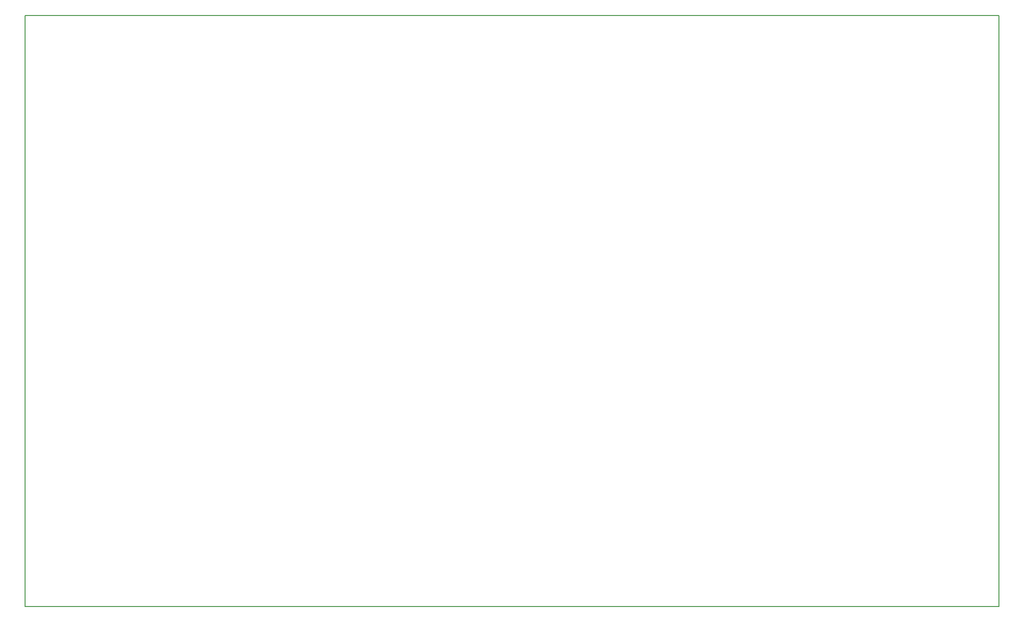
<source format=gbr>
%TF.GenerationSoftware,KiCad,Pcbnew,(5.1.6)-1*%
%TF.CreationDate,2021-01-07T08:24:20+01:00*%
%TF.ProjectId,carteAdaptatrice,63617274-6541-4646-9170-746174726963,rev?*%
%TF.SameCoordinates,Original*%
%TF.FileFunction,Profile,NP*%
%FSLAX46Y46*%
G04 Gerber Fmt 4.6, Leading zero omitted, Abs format (unit mm)*
G04 Created by KiCad (PCBNEW (5.1.6)-1) date 2021-01-07 08:24:20*
%MOMM*%
%LPD*%
G01*
G04 APERTURE LIST*
%TA.AperFunction,Profile*%
%ADD10C,0.200000*%
%TD*%
G04 APERTURE END LIST*
D10*
X64770000Y-174625000D02*
X64770000Y-64770000D01*
X245745000Y-174625000D02*
X64770000Y-174625000D01*
X245745000Y-64770000D02*
X245745000Y-174625000D01*
X64770000Y-64770000D02*
X245745000Y-64770000D01*
M02*

</source>
